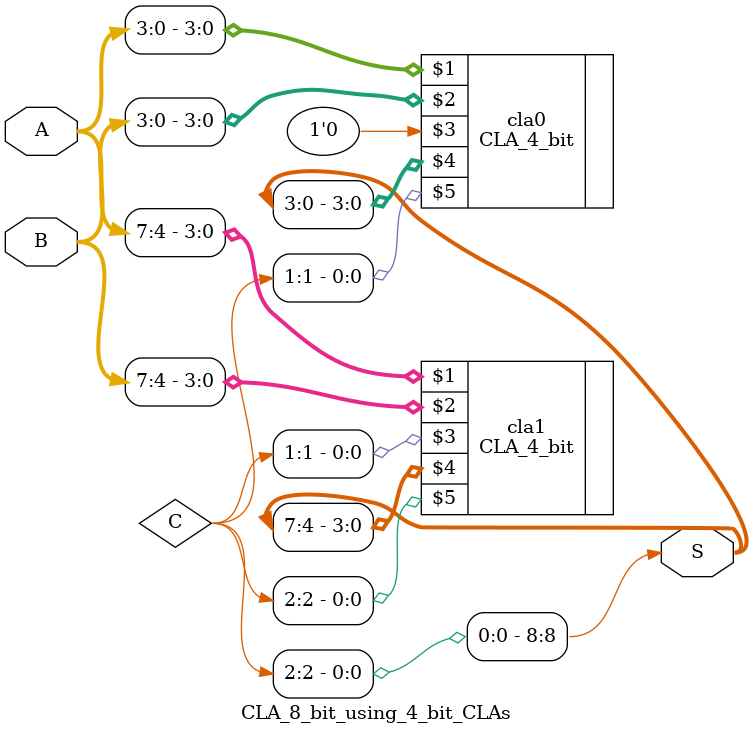
<source format=v>
`timescale 1ns/1ps 
module CLA_8_bit_using_4_bit_CLAs (  
    input wire [7:0]A,B,
    output wire [8:0]S// including Cout
);

wire [2:1]C;

CLA_4_bit cla0 (A[3:0],B[3:0],1'b0,S[3:0],C[1]);
CLA_4_bit cla1 (A[7:4],B[7:4],C[1],S[7:4],C[2]);

assign S[8]=C[2];

endmodule
</source>
